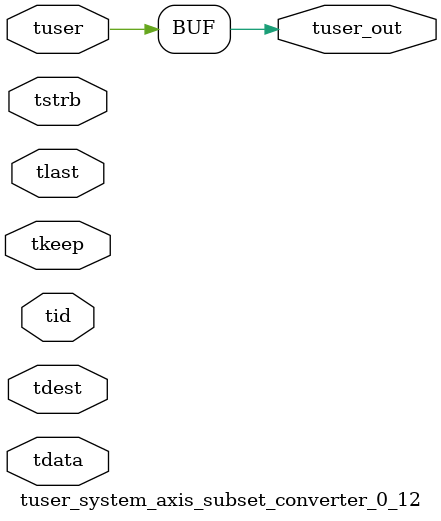
<source format=v>


`timescale 1ps/1ps

module tuser_system_axis_subset_converter_0_12 #
(
parameter C_S_AXIS_TUSER_WIDTH = 1,
parameter C_S_AXIS_TDATA_WIDTH = 32,
parameter C_S_AXIS_TID_WIDTH   = 0,
parameter C_S_AXIS_TDEST_WIDTH = 0,
parameter C_M_AXIS_TUSER_WIDTH = 1
)
(
input  [(C_S_AXIS_TUSER_WIDTH == 0 ? 1 : C_S_AXIS_TUSER_WIDTH)-1:0     ] tuser,
input  [(C_S_AXIS_TDATA_WIDTH == 0 ? 1 : C_S_AXIS_TDATA_WIDTH)-1:0     ] tdata,
input  [(C_S_AXIS_TID_WIDTH   == 0 ? 1 : C_S_AXIS_TID_WIDTH)-1:0       ] tid,
input  [(C_S_AXIS_TDEST_WIDTH == 0 ? 1 : C_S_AXIS_TDEST_WIDTH)-1:0     ] tdest,
input  [(C_S_AXIS_TDATA_WIDTH/8)-1:0 ] tkeep,
input  [(C_S_AXIS_TDATA_WIDTH/8)-1:0 ] tstrb,
input                                                                    tlast,
output [C_M_AXIS_TUSER_WIDTH-1:0] tuser_out
);

assign tuser_out = {tuser[0:0]};

endmodule


</source>
